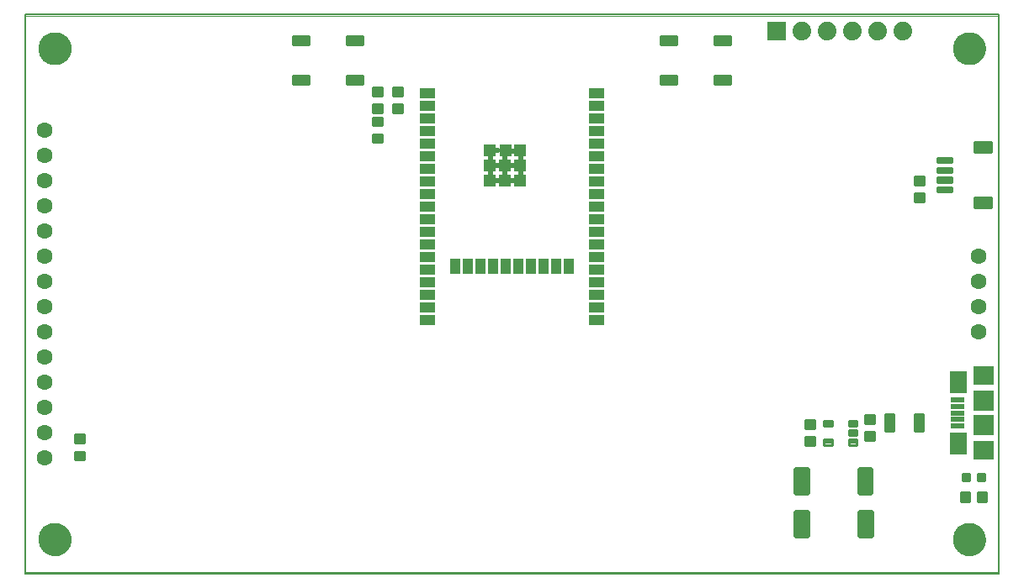
<source format=gts>
G75*
%MOIN*%
%OFA0B0*%
%FSLAX25Y25*%
%IPPOS*%
%LPD*%
%AMOC8*
5,1,8,0,0,1.08239X$1,22.5*
%
%ADD10C,0.00000*%
%ADD11C,0.01943*%
%ADD12C,0.01892*%
%ADD13C,0.01388*%
%ADD14C,0.01171*%
%ADD15C,0.06306*%
%ADD16C,0.00500*%
%ADD17C,0.12998*%
%ADD18R,0.06306X0.03943*%
%ADD19R,0.03943X0.06306*%
%ADD20R,0.04534X0.04534*%
%ADD21C,0.02172*%
%ADD22R,0.04921X0.04921*%
%ADD23R,0.04921X0.04961*%
%ADD24R,0.04961X0.04882*%
%ADD25R,0.04961X0.04961*%
%ADD26R,0.04961X0.04921*%
%ADD27C,0.01105*%
%ADD28R,0.07400X0.07400*%
%ADD29C,0.07400*%
%ADD30R,0.05715X0.01975*%
%ADD31R,0.06699X0.08668*%
%ADD32R,0.07880X0.07487*%
%ADD33R,0.07880X0.07880*%
%ADD34C,0.01589*%
%ADD35C,0.00994*%
D10*
X0003000Y0010697D02*
X0003000Y0231169D01*
X0388827Y0231169D01*
X0388827Y0010697D01*
X0003000Y0010697D01*
X0008512Y0023492D02*
X0008514Y0023650D01*
X0008520Y0023808D01*
X0008530Y0023966D01*
X0008544Y0024124D01*
X0008562Y0024281D01*
X0008583Y0024438D01*
X0008609Y0024594D01*
X0008639Y0024750D01*
X0008672Y0024905D01*
X0008710Y0025058D01*
X0008751Y0025211D01*
X0008796Y0025363D01*
X0008845Y0025514D01*
X0008898Y0025663D01*
X0008954Y0025811D01*
X0009014Y0025957D01*
X0009078Y0026102D01*
X0009146Y0026245D01*
X0009217Y0026387D01*
X0009291Y0026527D01*
X0009369Y0026664D01*
X0009451Y0026800D01*
X0009535Y0026934D01*
X0009624Y0027065D01*
X0009715Y0027194D01*
X0009810Y0027321D01*
X0009907Y0027446D01*
X0010008Y0027568D01*
X0010112Y0027687D01*
X0010219Y0027804D01*
X0010329Y0027918D01*
X0010442Y0028029D01*
X0010557Y0028138D01*
X0010675Y0028243D01*
X0010796Y0028345D01*
X0010919Y0028445D01*
X0011045Y0028541D01*
X0011173Y0028634D01*
X0011303Y0028724D01*
X0011436Y0028810D01*
X0011571Y0028894D01*
X0011707Y0028973D01*
X0011846Y0029050D01*
X0011987Y0029122D01*
X0012129Y0029192D01*
X0012273Y0029257D01*
X0012419Y0029319D01*
X0012566Y0029377D01*
X0012715Y0029432D01*
X0012865Y0029483D01*
X0013016Y0029530D01*
X0013168Y0029573D01*
X0013321Y0029612D01*
X0013476Y0029648D01*
X0013631Y0029679D01*
X0013787Y0029707D01*
X0013943Y0029731D01*
X0014100Y0029751D01*
X0014258Y0029767D01*
X0014415Y0029779D01*
X0014574Y0029787D01*
X0014732Y0029791D01*
X0014890Y0029791D01*
X0015048Y0029787D01*
X0015207Y0029779D01*
X0015364Y0029767D01*
X0015522Y0029751D01*
X0015679Y0029731D01*
X0015835Y0029707D01*
X0015991Y0029679D01*
X0016146Y0029648D01*
X0016301Y0029612D01*
X0016454Y0029573D01*
X0016606Y0029530D01*
X0016757Y0029483D01*
X0016907Y0029432D01*
X0017056Y0029377D01*
X0017203Y0029319D01*
X0017349Y0029257D01*
X0017493Y0029192D01*
X0017635Y0029122D01*
X0017776Y0029050D01*
X0017915Y0028973D01*
X0018051Y0028894D01*
X0018186Y0028810D01*
X0018319Y0028724D01*
X0018449Y0028634D01*
X0018577Y0028541D01*
X0018703Y0028445D01*
X0018826Y0028345D01*
X0018947Y0028243D01*
X0019065Y0028138D01*
X0019180Y0028029D01*
X0019293Y0027918D01*
X0019403Y0027804D01*
X0019510Y0027687D01*
X0019614Y0027568D01*
X0019715Y0027446D01*
X0019812Y0027321D01*
X0019907Y0027194D01*
X0019998Y0027065D01*
X0020087Y0026934D01*
X0020171Y0026800D01*
X0020253Y0026664D01*
X0020331Y0026527D01*
X0020405Y0026387D01*
X0020476Y0026245D01*
X0020544Y0026102D01*
X0020608Y0025957D01*
X0020668Y0025811D01*
X0020724Y0025663D01*
X0020777Y0025514D01*
X0020826Y0025363D01*
X0020871Y0025211D01*
X0020912Y0025058D01*
X0020950Y0024905D01*
X0020983Y0024750D01*
X0021013Y0024594D01*
X0021039Y0024438D01*
X0021060Y0024281D01*
X0021078Y0024124D01*
X0021092Y0023966D01*
X0021102Y0023808D01*
X0021108Y0023650D01*
X0021110Y0023492D01*
X0021108Y0023334D01*
X0021102Y0023176D01*
X0021092Y0023018D01*
X0021078Y0022860D01*
X0021060Y0022703D01*
X0021039Y0022546D01*
X0021013Y0022390D01*
X0020983Y0022234D01*
X0020950Y0022079D01*
X0020912Y0021926D01*
X0020871Y0021773D01*
X0020826Y0021621D01*
X0020777Y0021470D01*
X0020724Y0021321D01*
X0020668Y0021173D01*
X0020608Y0021027D01*
X0020544Y0020882D01*
X0020476Y0020739D01*
X0020405Y0020597D01*
X0020331Y0020457D01*
X0020253Y0020320D01*
X0020171Y0020184D01*
X0020087Y0020050D01*
X0019998Y0019919D01*
X0019907Y0019790D01*
X0019812Y0019663D01*
X0019715Y0019538D01*
X0019614Y0019416D01*
X0019510Y0019297D01*
X0019403Y0019180D01*
X0019293Y0019066D01*
X0019180Y0018955D01*
X0019065Y0018846D01*
X0018947Y0018741D01*
X0018826Y0018639D01*
X0018703Y0018539D01*
X0018577Y0018443D01*
X0018449Y0018350D01*
X0018319Y0018260D01*
X0018186Y0018174D01*
X0018051Y0018090D01*
X0017915Y0018011D01*
X0017776Y0017934D01*
X0017635Y0017862D01*
X0017493Y0017792D01*
X0017349Y0017727D01*
X0017203Y0017665D01*
X0017056Y0017607D01*
X0016907Y0017552D01*
X0016757Y0017501D01*
X0016606Y0017454D01*
X0016454Y0017411D01*
X0016301Y0017372D01*
X0016146Y0017336D01*
X0015991Y0017305D01*
X0015835Y0017277D01*
X0015679Y0017253D01*
X0015522Y0017233D01*
X0015364Y0017217D01*
X0015207Y0017205D01*
X0015048Y0017197D01*
X0014890Y0017193D01*
X0014732Y0017193D01*
X0014574Y0017197D01*
X0014415Y0017205D01*
X0014258Y0017217D01*
X0014100Y0017233D01*
X0013943Y0017253D01*
X0013787Y0017277D01*
X0013631Y0017305D01*
X0013476Y0017336D01*
X0013321Y0017372D01*
X0013168Y0017411D01*
X0013016Y0017454D01*
X0012865Y0017501D01*
X0012715Y0017552D01*
X0012566Y0017607D01*
X0012419Y0017665D01*
X0012273Y0017727D01*
X0012129Y0017792D01*
X0011987Y0017862D01*
X0011846Y0017934D01*
X0011707Y0018011D01*
X0011571Y0018090D01*
X0011436Y0018174D01*
X0011303Y0018260D01*
X0011173Y0018350D01*
X0011045Y0018443D01*
X0010919Y0018539D01*
X0010796Y0018639D01*
X0010675Y0018741D01*
X0010557Y0018846D01*
X0010442Y0018955D01*
X0010329Y0019066D01*
X0010219Y0019180D01*
X0010112Y0019297D01*
X0010008Y0019416D01*
X0009907Y0019538D01*
X0009810Y0019663D01*
X0009715Y0019790D01*
X0009624Y0019919D01*
X0009535Y0020050D01*
X0009451Y0020184D01*
X0009369Y0020320D01*
X0009291Y0020457D01*
X0009217Y0020597D01*
X0009146Y0020739D01*
X0009078Y0020882D01*
X0009014Y0021027D01*
X0008954Y0021173D01*
X0008898Y0021321D01*
X0008845Y0021470D01*
X0008796Y0021621D01*
X0008751Y0021773D01*
X0008710Y0021926D01*
X0008672Y0022079D01*
X0008639Y0022234D01*
X0008609Y0022390D01*
X0008583Y0022546D01*
X0008562Y0022703D01*
X0008544Y0022860D01*
X0008530Y0023018D01*
X0008520Y0023176D01*
X0008514Y0023334D01*
X0008512Y0023492D01*
X0008512Y0218374D02*
X0008514Y0218532D01*
X0008520Y0218690D01*
X0008530Y0218848D01*
X0008544Y0219006D01*
X0008562Y0219163D01*
X0008583Y0219320D01*
X0008609Y0219476D01*
X0008639Y0219632D01*
X0008672Y0219787D01*
X0008710Y0219940D01*
X0008751Y0220093D01*
X0008796Y0220245D01*
X0008845Y0220396D01*
X0008898Y0220545D01*
X0008954Y0220693D01*
X0009014Y0220839D01*
X0009078Y0220984D01*
X0009146Y0221127D01*
X0009217Y0221269D01*
X0009291Y0221409D01*
X0009369Y0221546D01*
X0009451Y0221682D01*
X0009535Y0221816D01*
X0009624Y0221947D01*
X0009715Y0222076D01*
X0009810Y0222203D01*
X0009907Y0222328D01*
X0010008Y0222450D01*
X0010112Y0222569D01*
X0010219Y0222686D01*
X0010329Y0222800D01*
X0010442Y0222911D01*
X0010557Y0223020D01*
X0010675Y0223125D01*
X0010796Y0223227D01*
X0010919Y0223327D01*
X0011045Y0223423D01*
X0011173Y0223516D01*
X0011303Y0223606D01*
X0011436Y0223692D01*
X0011571Y0223776D01*
X0011707Y0223855D01*
X0011846Y0223932D01*
X0011987Y0224004D01*
X0012129Y0224074D01*
X0012273Y0224139D01*
X0012419Y0224201D01*
X0012566Y0224259D01*
X0012715Y0224314D01*
X0012865Y0224365D01*
X0013016Y0224412D01*
X0013168Y0224455D01*
X0013321Y0224494D01*
X0013476Y0224530D01*
X0013631Y0224561D01*
X0013787Y0224589D01*
X0013943Y0224613D01*
X0014100Y0224633D01*
X0014258Y0224649D01*
X0014415Y0224661D01*
X0014574Y0224669D01*
X0014732Y0224673D01*
X0014890Y0224673D01*
X0015048Y0224669D01*
X0015207Y0224661D01*
X0015364Y0224649D01*
X0015522Y0224633D01*
X0015679Y0224613D01*
X0015835Y0224589D01*
X0015991Y0224561D01*
X0016146Y0224530D01*
X0016301Y0224494D01*
X0016454Y0224455D01*
X0016606Y0224412D01*
X0016757Y0224365D01*
X0016907Y0224314D01*
X0017056Y0224259D01*
X0017203Y0224201D01*
X0017349Y0224139D01*
X0017493Y0224074D01*
X0017635Y0224004D01*
X0017776Y0223932D01*
X0017915Y0223855D01*
X0018051Y0223776D01*
X0018186Y0223692D01*
X0018319Y0223606D01*
X0018449Y0223516D01*
X0018577Y0223423D01*
X0018703Y0223327D01*
X0018826Y0223227D01*
X0018947Y0223125D01*
X0019065Y0223020D01*
X0019180Y0222911D01*
X0019293Y0222800D01*
X0019403Y0222686D01*
X0019510Y0222569D01*
X0019614Y0222450D01*
X0019715Y0222328D01*
X0019812Y0222203D01*
X0019907Y0222076D01*
X0019998Y0221947D01*
X0020087Y0221816D01*
X0020171Y0221682D01*
X0020253Y0221546D01*
X0020331Y0221409D01*
X0020405Y0221269D01*
X0020476Y0221127D01*
X0020544Y0220984D01*
X0020608Y0220839D01*
X0020668Y0220693D01*
X0020724Y0220545D01*
X0020777Y0220396D01*
X0020826Y0220245D01*
X0020871Y0220093D01*
X0020912Y0219940D01*
X0020950Y0219787D01*
X0020983Y0219632D01*
X0021013Y0219476D01*
X0021039Y0219320D01*
X0021060Y0219163D01*
X0021078Y0219006D01*
X0021092Y0218848D01*
X0021102Y0218690D01*
X0021108Y0218532D01*
X0021110Y0218374D01*
X0021108Y0218216D01*
X0021102Y0218058D01*
X0021092Y0217900D01*
X0021078Y0217742D01*
X0021060Y0217585D01*
X0021039Y0217428D01*
X0021013Y0217272D01*
X0020983Y0217116D01*
X0020950Y0216961D01*
X0020912Y0216808D01*
X0020871Y0216655D01*
X0020826Y0216503D01*
X0020777Y0216352D01*
X0020724Y0216203D01*
X0020668Y0216055D01*
X0020608Y0215909D01*
X0020544Y0215764D01*
X0020476Y0215621D01*
X0020405Y0215479D01*
X0020331Y0215339D01*
X0020253Y0215202D01*
X0020171Y0215066D01*
X0020087Y0214932D01*
X0019998Y0214801D01*
X0019907Y0214672D01*
X0019812Y0214545D01*
X0019715Y0214420D01*
X0019614Y0214298D01*
X0019510Y0214179D01*
X0019403Y0214062D01*
X0019293Y0213948D01*
X0019180Y0213837D01*
X0019065Y0213728D01*
X0018947Y0213623D01*
X0018826Y0213521D01*
X0018703Y0213421D01*
X0018577Y0213325D01*
X0018449Y0213232D01*
X0018319Y0213142D01*
X0018186Y0213056D01*
X0018051Y0212972D01*
X0017915Y0212893D01*
X0017776Y0212816D01*
X0017635Y0212744D01*
X0017493Y0212674D01*
X0017349Y0212609D01*
X0017203Y0212547D01*
X0017056Y0212489D01*
X0016907Y0212434D01*
X0016757Y0212383D01*
X0016606Y0212336D01*
X0016454Y0212293D01*
X0016301Y0212254D01*
X0016146Y0212218D01*
X0015991Y0212187D01*
X0015835Y0212159D01*
X0015679Y0212135D01*
X0015522Y0212115D01*
X0015364Y0212099D01*
X0015207Y0212087D01*
X0015048Y0212079D01*
X0014890Y0212075D01*
X0014732Y0212075D01*
X0014574Y0212079D01*
X0014415Y0212087D01*
X0014258Y0212099D01*
X0014100Y0212115D01*
X0013943Y0212135D01*
X0013787Y0212159D01*
X0013631Y0212187D01*
X0013476Y0212218D01*
X0013321Y0212254D01*
X0013168Y0212293D01*
X0013016Y0212336D01*
X0012865Y0212383D01*
X0012715Y0212434D01*
X0012566Y0212489D01*
X0012419Y0212547D01*
X0012273Y0212609D01*
X0012129Y0212674D01*
X0011987Y0212744D01*
X0011846Y0212816D01*
X0011707Y0212893D01*
X0011571Y0212972D01*
X0011436Y0213056D01*
X0011303Y0213142D01*
X0011173Y0213232D01*
X0011045Y0213325D01*
X0010919Y0213421D01*
X0010796Y0213521D01*
X0010675Y0213623D01*
X0010557Y0213728D01*
X0010442Y0213837D01*
X0010329Y0213948D01*
X0010219Y0214062D01*
X0010112Y0214179D01*
X0010008Y0214298D01*
X0009907Y0214420D01*
X0009810Y0214545D01*
X0009715Y0214672D01*
X0009624Y0214801D01*
X0009535Y0214932D01*
X0009451Y0215066D01*
X0009369Y0215202D01*
X0009291Y0215339D01*
X0009217Y0215479D01*
X0009146Y0215621D01*
X0009078Y0215764D01*
X0009014Y0215909D01*
X0008954Y0216055D01*
X0008898Y0216203D01*
X0008845Y0216352D01*
X0008796Y0216503D01*
X0008751Y0216655D01*
X0008710Y0216808D01*
X0008672Y0216961D01*
X0008639Y0217116D01*
X0008609Y0217272D01*
X0008583Y0217428D01*
X0008562Y0217585D01*
X0008544Y0217742D01*
X0008530Y0217900D01*
X0008520Y0218058D01*
X0008514Y0218216D01*
X0008512Y0218374D01*
X0370717Y0218374D02*
X0370719Y0218532D01*
X0370725Y0218690D01*
X0370735Y0218848D01*
X0370749Y0219006D01*
X0370767Y0219163D01*
X0370788Y0219320D01*
X0370814Y0219476D01*
X0370844Y0219632D01*
X0370877Y0219787D01*
X0370915Y0219940D01*
X0370956Y0220093D01*
X0371001Y0220245D01*
X0371050Y0220396D01*
X0371103Y0220545D01*
X0371159Y0220693D01*
X0371219Y0220839D01*
X0371283Y0220984D01*
X0371351Y0221127D01*
X0371422Y0221269D01*
X0371496Y0221409D01*
X0371574Y0221546D01*
X0371656Y0221682D01*
X0371740Y0221816D01*
X0371829Y0221947D01*
X0371920Y0222076D01*
X0372015Y0222203D01*
X0372112Y0222328D01*
X0372213Y0222450D01*
X0372317Y0222569D01*
X0372424Y0222686D01*
X0372534Y0222800D01*
X0372647Y0222911D01*
X0372762Y0223020D01*
X0372880Y0223125D01*
X0373001Y0223227D01*
X0373124Y0223327D01*
X0373250Y0223423D01*
X0373378Y0223516D01*
X0373508Y0223606D01*
X0373641Y0223692D01*
X0373776Y0223776D01*
X0373912Y0223855D01*
X0374051Y0223932D01*
X0374192Y0224004D01*
X0374334Y0224074D01*
X0374478Y0224139D01*
X0374624Y0224201D01*
X0374771Y0224259D01*
X0374920Y0224314D01*
X0375070Y0224365D01*
X0375221Y0224412D01*
X0375373Y0224455D01*
X0375526Y0224494D01*
X0375681Y0224530D01*
X0375836Y0224561D01*
X0375992Y0224589D01*
X0376148Y0224613D01*
X0376305Y0224633D01*
X0376463Y0224649D01*
X0376620Y0224661D01*
X0376779Y0224669D01*
X0376937Y0224673D01*
X0377095Y0224673D01*
X0377253Y0224669D01*
X0377412Y0224661D01*
X0377569Y0224649D01*
X0377727Y0224633D01*
X0377884Y0224613D01*
X0378040Y0224589D01*
X0378196Y0224561D01*
X0378351Y0224530D01*
X0378506Y0224494D01*
X0378659Y0224455D01*
X0378811Y0224412D01*
X0378962Y0224365D01*
X0379112Y0224314D01*
X0379261Y0224259D01*
X0379408Y0224201D01*
X0379554Y0224139D01*
X0379698Y0224074D01*
X0379840Y0224004D01*
X0379981Y0223932D01*
X0380120Y0223855D01*
X0380256Y0223776D01*
X0380391Y0223692D01*
X0380524Y0223606D01*
X0380654Y0223516D01*
X0380782Y0223423D01*
X0380908Y0223327D01*
X0381031Y0223227D01*
X0381152Y0223125D01*
X0381270Y0223020D01*
X0381385Y0222911D01*
X0381498Y0222800D01*
X0381608Y0222686D01*
X0381715Y0222569D01*
X0381819Y0222450D01*
X0381920Y0222328D01*
X0382017Y0222203D01*
X0382112Y0222076D01*
X0382203Y0221947D01*
X0382292Y0221816D01*
X0382376Y0221682D01*
X0382458Y0221546D01*
X0382536Y0221409D01*
X0382610Y0221269D01*
X0382681Y0221127D01*
X0382749Y0220984D01*
X0382813Y0220839D01*
X0382873Y0220693D01*
X0382929Y0220545D01*
X0382982Y0220396D01*
X0383031Y0220245D01*
X0383076Y0220093D01*
X0383117Y0219940D01*
X0383155Y0219787D01*
X0383188Y0219632D01*
X0383218Y0219476D01*
X0383244Y0219320D01*
X0383265Y0219163D01*
X0383283Y0219006D01*
X0383297Y0218848D01*
X0383307Y0218690D01*
X0383313Y0218532D01*
X0383315Y0218374D01*
X0383313Y0218216D01*
X0383307Y0218058D01*
X0383297Y0217900D01*
X0383283Y0217742D01*
X0383265Y0217585D01*
X0383244Y0217428D01*
X0383218Y0217272D01*
X0383188Y0217116D01*
X0383155Y0216961D01*
X0383117Y0216808D01*
X0383076Y0216655D01*
X0383031Y0216503D01*
X0382982Y0216352D01*
X0382929Y0216203D01*
X0382873Y0216055D01*
X0382813Y0215909D01*
X0382749Y0215764D01*
X0382681Y0215621D01*
X0382610Y0215479D01*
X0382536Y0215339D01*
X0382458Y0215202D01*
X0382376Y0215066D01*
X0382292Y0214932D01*
X0382203Y0214801D01*
X0382112Y0214672D01*
X0382017Y0214545D01*
X0381920Y0214420D01*
X0381819Y0214298D01*
X0381715Y0214179D01*
X0381608Y0214062D01*
X0381498Y0213948D01*
X0381385Y0213837D01*
X0381270Y0213728D01*
X0381152Y0213623D01*
X0381031Y0213521D01*
X0380908Y0213421D01*
X0380782Y0213325D01*
X0380654Y0213232D01*
X0380524Y0213142D01*
X0380391Y0213056D01*
X0380256Y0212972D01*
X0380120Y0212893D01*
X0379981Y0212816D01*
X0379840Y0212744D01*
X0379698Y0212674D01*
X0379554Y0212609D01*
X0379408Y0212547D01*
X0379261Y0212489D01*
X0379112Y0212434D01*
X0378962Y0212383D01*
X0378811Y0212336D01*
X0378659Y0212293D01*
X0378506Y0212254D01*
X0378351Y0212218D01*
X0378196Y0212187D01*
X0378040Y0212159D01*
X0377884Y0212135D01*
X0377727Y0212115D01*
X0377569Y0212099D01*
X0377412Y0212087D01*
X0377253Y0212079D01*
X0377095Y0212075D01*
X0376937Y0212075D01*
X0376779Y0212079D01*
X0376620Y0212087D01*
X0376463Y0212099D01*
X0376305Y0212115D01*
X0376148Y0212135D01*
X0375992Y0212159D01*
X0375836Y0212187D01*
X0375681Y0212218D01*
X0375526Y0212254D01*
X0375373Y0212293D01*
X0375221Y0212336D01*
X0375070Y0212383D01*
X0374920Y0212434D01*
X0374771Y0212489D01*
X0374624Y0212547D01*
X0374478Y0212609D01*
X0374334Y0212674D01*
X0374192Y0212744D01*
X0374051Y0212816D01*
X0373912Y0212893D01*
X0373776Y0212972D01*
X0373641Y0213056D01*
X0373508Y0213142D01*
X0373378Y0213232D01*
X0373250Y0213325D01*
X0373124Y0213421D01*
X0373001Y0213521D01*
X0372880Y0213623D01*
X0372762Y0213728D01*
X0372647Y0213837D01*
X0372534Y0213948D01*
X0372424Y0214062D01*
X0372317Y0214179D01*
X0372213Y0214298D01*
X0372112Y0214420D01*
X0372015Y0214545D01*
X0371920Y0214672D01*
X0371829Y0214801D01*
X0371740Y0214932D01*
X0371656Y0215066D01*
X0371574Y0215202D01*
X0371496Y0215339D01*
X0371422Y0215479D01*
X0371351Y0215621D01*
X0371283Y0215764D01*
X0371219Y0215909D01*
X0371159Y0216055D01*
X0371103Y0216203D01*
X0371050Y0216352D01*
X0371001Y0216503D01*
X0370956Y0216655D01*
X0370915Y0216808D01*
X0370877Y0216961D01*
X0370844Y0217116D01*
X0370814Y0217272D01*
X0370788Y0217428D01*
X0370767Y0217585D01*
X0370749Y0217742D01*
X0370735Y0217900D01*
X0370725Y0218058D01*
X0370719Y0218216D01*
X0370717Y0218374D01*
X0370717Y0023492D02*
X0370719Y0023650D01*
X0370725Y0023808D01*
X0370735Y0023966D01*
X0370749Y0024124D01*
X0370767Y0024281D01*
X0370788Y0024438D01*
X0370814Y0024594D01*
X0370844Y0024750D01*
X0370877Y0024905D01*
X0370915Y0025058D01*
X0370956Y0025211D01*
X0371001Y0025363D01*
X0371050Y0025514D01*
X0371103Y0025663D01*
X0371159Y0025811D01*
X0371219Y0025957D01*
X0371283Y0026102D01*
X0371351Y0026245D01*
X0371422Y0026387D01*
X0371496Y0026527D01*
X0371574Y0026664D01*
X0371656Y0026800D01*
X0371740Y0026934D01*
X0371829Y0027065D01*
X0371920Y0027194D01*
X0372015Y0027321D01*
X0372112Y0027446D01*
X0372213Y0027568D01*
X0372317Y0027687D01*
X0372424Y0027804D01*
X0372534Y0027918D01*
X0372647Y0028029D01*
X0372762Y0028138D01*
X0372880Y0028243D01*
X0373001Y0028345D01*
X0373124Y0028445D01*
X0373250Y0028541D01*
X0373378Y0028634D01*
X0373508Y0028724D01*
X0373641Y0028810D01*
X0373776Y0028894D01*
X0373912Y0028973D01*
X0374051Y0029050D01*
X0374192Y0029122D01*
X0374334Y0029192D01*
X0374478Y0029257D01*
X0374624Y0029319D01*
X0374771Y0029377D01*
X0374920Y0029432D01*
X0375070Y0029483D01*
X0375221Y0029530D01*
X0375373Y0029573D01*
X0375526Y0029612D01*
X0375681Y0029648D01*
X0375836Y0029679D01*
X0375992Y0029707D01*
X0376148Y0029731D01*
X0376305Y0029751D01*
X0376463Y0029767D01*
X0376620Y0029779D01*
X0376779Y0029787D01*
X0376937Y0029791D01*
X0377095Y0029791D01*
X0377253Y0029787D01*
X0377412Y0029779D01*
X0377569Y0029767D01*
X0377727Y0029751D01*
X0377884Y0029731D01*
X0378040Y0029707D01*
X0378196Y0029679D01*
X0378351Y0029648D01*
X0378506Y0029612D01*
X0378659Y0029573D01*
X0378811Y0029530D01*
X0378962Y0029483D01*
X0379112Y0029432D01*
X0379261Y0029377D01*
X0379408Y0029319D01*
X0379554Y0029257D01*
X0379698Y0029192D01*
X0379840Y0029122D01*
X0379981Y0029050D01*
X0380120Y0028973D01*
X0380256Y0028894D01*
X0380391Y0028810D01*
X0380524Y0028724D01*
X0380654Y0028634D01*
X0380782Y0028541D01*
X0380908Y0028445D01*
X0381031Y0028345D01*
X0381152Y0028243D01*
X0381270Y0028138D01*
X0381385Y0028029D01*
X0381498Y0027918D01*
X0381608Y0027804D01*
X0381715Y0027687D01*
X0381819Y0027568D01*
X0381920Y0027446D01*
X0382017Y0027321D01*
X0382112Y0027194D01*
X0382203Y0027065D01*
X0382292Y0026934D01*
X0382376Y0026800D01*
X0382458Y0026664D01*
X0382536Y0026527D01*
X0382610Y0026387D01*
X0382681Y0026245D01*
X0382749Y0026102D01*
X0382813Y0025957D01*
X0382873Y0025811D01*
X0382929Y0025663D01*
X0382982Y0025514D01*
X0383031Y0025363D01*
X0383076Y0025211D01*
X0383117Y0025058D01*
X0383155Y0024905D01*
X0383188Y0024750D01*
X0383218Y0024594D01*
X0383244Y0024438D01*
X0383265Y0024281D01*
X0383283Y0024124D01*
X0383297Y0023966D01*
X0383307Y0023808D01*
X0383313Y0023650D01*
X0383315Y0023492D01*
X0383313Y0023334D01*
X0383307Y0023176D01*
X0383297Y0023018D01*
X0383283Y0022860D01*
X0383265Y0022703D01*
X0383244Y0022546D01*
X0383218Y0022390D01*
X0383188Y0022234D01*
X0383155Y0022079D01*
X0383117Y0021926D01*
X0383076Y0021773D01*
X0383031Y0021621D01*
X0382982Y0021470D01*
X0382929Y0021321D01*
X0382873Y0021173D01*
X0382813Y0021027D01*
X0382749Y0020882D01*
X0382681Y0020739D01*
X0382610Y0020597D01*
X0382536Y0020457D01*
X0382458Y0020320D01*
X0382376Y0020184D01*
X0382292Y0020050D01*
X0382203Y0019919D01*
X0382112Y0019790D01*
X0382017Y0019663D01*
X0381920Y0019538D01*
X0381819Y0019416D01*
X0381715Y0019297D01*
X0381608Y0019180D01*
X0381498Y0019066D01*
X0381385Y0018955D01*
X0381270Y0018846D01*
X0381152Y0018741D01*
X0381031Y0018639D01*
X0380908Y0018539D01*
X0380782Y0018443D01*
X0380654Y0018350D01*
X0380524Y0018260D01*
X0380391Y0018174D01*
X0380256Y0018090D01*
X0380120Y0018011D01*
X0379981Y0017934D01*
X0379840Y0017862D01*
X0379698Y0017792D01*
X0379554Y0017727D01*
X0379408Y0017665D01*
X0379261Y0017607D01*
X0379112Y0017552D01*
X0378962Y0017501D01*
X0378811Y0017454D01*
X0378659Y0017411D01*
X0378506Y0017372D01*
X0378351Y0017336D01*
X0378196Y0017305D01*
X0378040Y0017277D01*
X0377884Y0017253D01*
X0377727Y0017233D01*
X0377569Y0017217D01*
X0377412Y0017205D01*
X0377253Y0017197D01*
X0377095Y0017193D01*
X0376937Y0017193D01*
X0376779Y0017197D01*
X0376620Y0017205D01*
X0376463Y0017217D01*
X0376305Y0017233D01*
X0376148Y0017253D01*
X0375992Y0017277D01*
X0375836Y0017305D01*
X0375681Y0017336D01*
X0375526Y0017372D01*
X0375373Y0017411D01*
X0375221Y0017454D01*
X0375070Y0017501D01*
X0374920Y0017552D01*
X0374771Y0017607D01*
X0374624Y0017665D01*
X0374478Y0017727D01*
X0374334Y0017792D01*
X0374192Y0017862D01*
X0374051Y0017934D01*
X0373912Y0018011D01*
X0373776Y0018090D01*
X0373641Y0018174D01*
X0373508Y0018260D01*
X0373378Y0018350D01*
X0373250Y0018443D01*
X0373124Y0018539D01*
X0373001Y0018639D01*
X0372880Y0018741D01*
X0372762Y0018846D01*
X0372647Y0018955D01*
X0372534Y0019066D01*
X0372424Y0019180D01*
X0372317Y0019297D01*
X0372213Y0019416D01*
X0372112Y0019538D01*
X0372015Y0019663D01*
X0371920Y0019790D01*
X0371829Y0019919D01*
X0371740Y0020050D01*
X0371656Y0020184D01*
X0371574Y0020320D01*
X0371496Y0020457D01*
X0371422Y0020597D01*
X0371351Y0020739D01*
X0371283Y0020882D01*
X0371219Y0021027D01*
X0371159Y0021173D01*
X0371103Y0021321D01*
X0371050Y0021470D01*
X0371001Y0021621D01*
X0370956Y0021773D01*
X0370915Y0021926D01*
X0370877Y0022079D01*
X0370844Y0022234D01*
X0370814Y0022390D01*
X0370788Y0022546D01*
X0370767Y0022703D01*
X0370749Y0022860D01*
X0370735Y0023018D01*
X0370725Y0023176D01*
X0370719Y0023334D01*
X0370717Y0023492D01*
D11*
X0338409Y0024814D02*
X0333653Y0024814D01*
X0333653Y0034296D01*
X0338409Y0034296D01*
X0338409Y0024814D01*
X0338409Y0026660D02*
X0333653Y0026660D01*
X0333653Y0028506D02*
X0338409Y0028506D01*
X0338409Y0030352D02*
X0333653Y0030352D01*
X0333653Y0032198D02*
X0338409Y0032198D01*
X0338409Y0034044D02*
X0333653Y0034044D01*
X0313095Y0024814D02*
X0308339Y0024814D01*
X0308339Y0034296D01*
X0313095Y0034296D01*
X0313095Y0024814D01*
X0313095Y0026660D02*
X0308339Y0026660D01*
X0308339Y0028506D02*
X0313095Y0028506D01*
X0313095Y0030352D02*
X0308339Y0030352D01*
X0308339Y0032198D02*
X0313095Y0032198D01*
X0313095Y0034044D02*
X0308339Y0034044D01*
D12*
X0308510Y0041718D02*
X0312924Y0041718D01*
X0308510Y0041718D02*
X0308510Y0051250D01*
X0312924Y0051250D01*
X0312924Y0041718D01*
X0312924Y0043515D02*
X0308510Y0043515D01*
X0308510Y0045312D02*
X0312924Y0045312D01*
X0312924Y0047109D02*
X0308510Y0047109D01*
X0308510Y0048906D02*
X0312924Y0048906D01*
X0312924Y0050703D02*
X0308510Y0050703D01*
X0333824Y0041718D02*
X0338238Y0041718D01*
X0333824Y0041718D02*
X0333824Y0051250D01*
X0338238Y0051250D01*
X0338238Y0041718D01*
X0338238Y0043515D02*
X0333824Y0043515D01*
X0333824Y0045312D02*
X0338238Y0045312D01*
X0338238Y0047109D02*
X0333824Y0047109D01*
X0333824Y0048906D02*
X0338238Y0048906D01*
X0338238Y0050703D02*
X0333824Y0050703D01*
D13*
X0335975Y0062963D02*
X0335975Y0065911D01*
X0339317Y0065911D01*
X0339317Y0062963D01*
X0335975Y0062963D01*
X0335975Y0064282D02*
X0339317Y0064282D01*
X0339317Y0065601D02*
X0335975Y0065601D01*
X0335975Y0069656D02*
X0335975Y0072604D01*
X0339317Y0072604D01*
X0339317Y0069656D01*
X0335975Y0069656D01*
X0335975Y0070975D02*
X0339317Y0070975D01*
X0339317Y0072294D02*
X0335975Y0072294D01*
X0344046Y0066703D02*
X0346994Y0066703D01*
X0344046Y0066703D02*
X0344046Y0072801D01*
X0346994Y0072801D01*
X0346994Y0066703D01*
X0346994Y0068022D02*
X0344046Y0068022D01*
X0344046Y0069341D02*
X0346994Y0069341D01*
X0346994Y0070660D02*
X0344046Y0070660D01*
X0344046Y0071979D02*
X0346994Y0071979D01*
X0355857Y0066703D02*
X0358805Y0066703D01*
X0355857Y0066703D02*
X0355857Y0072801D01*
X0358805Y0072801D01*
X0358805Y0066703D01*
X0358805Y0068022D02*
X0355857Y0068022D01*
X0355857Y0069341D02*
X0358805Y0069341D01*
X0358805Y0070660D02*
X0355857Y0070660D01*
X0355857Y0071979D02*
X0358805Y0071979D01*
X0315695Y0070636D02*
X0315695Y0067688D01*
X0312353Y0067688D01*
X0312353Y0070636D01*
X0315695Y0070636D01*
X0315695Y0069007D02*
X0312353Y0069007D01*
X0312353Y0070326D02*
X0315695Y0070326D01*
X0315695Y0063943D02*
X0315695Y0060995D01*
X0312353Y0060995D01*
X0312353Y0063943D01*
X0315695Y0063943D01*
X0315695Y0062314D02*
X0312353Y0062314D01*
X0312353Y0063633D02*
X0315695Y0063633D01*
X0374164Y0038554D02*
X0377112Y0038554D01*
X0374164Y0038554D02*
X0374164Y0041896D01*
X0377112Y0041896D01*
X0377112Y0038554D01*
X0377112Y0039873D02*
X0374164Y0039873D01*
X0374164Y0041192D02*
X0377112Y0041192D01*
X0380857Y0038554D02*
X0383805Y0038554D01*
X0380857Y0038554D02*
X0380857Y0041896D01*
X0383805Y0041896D01*
X0383805Y0038554D01*
X0383805Y0039873D02*
X0380857Y0039873D01*
X0380857Y0041192D02*
X0383805Y0041192D01*
X0355660Y0157451D02*
X0355660Y0160399D01*
X0359002Y0160399D01*
X0359002Y0157451D01*
X0355660Y0157451D01*
X0355660Y0158770D02*
X0359002Y0158770D01*
X0359002Y0160089D02*
X0355660Y0160089D01*
X0355660Y0164144D02*
X0355660Y0167092D01*
X0359002Y0167092D01*
X0359002Y0164144D01*
X0355660Y0164144D01*
X0355660Y0165463D02*
X0359002Y0165463D01*
X0359002Y0166782D02*
X0355660Y0166782D01*
X0282427Y0207053D02*
X0276329Y0207053D01*
X0282427Y0207053D02*
X0282427Y0204105D01*
X0276329Y0204105D01*
X0276329Y0207053D01*
X0276329Y0205424D02*
X0282427Y0205424D01*
X0282427Y0206743D02*
X0276329Y0206743D01*
X0276329Y0222801D02*
X0282427Y0222801D01*
X0282427Y0219853D01*
X0276329Y0219853D01*
X0276329Y0222801D01*
X0276329Y0221172D02*
X0282427Y0221172D01*
X0282427Y0222491D02*
X0276329Y0222491D01*
X0261167Y0222801D02*
X0255069Y0222801D01*
X0261167Y0222801D02*
X0261167Y0219853D01*
X0255069Y0219853D01*
X0255069Y0222801D01*
X0255069Y0221172D02*
X0261167Y0221172D01*
X0261167Y0222491D02*
X0255069Y0222491D01*
X0255069Y0207053D02*
X0261167Y0207053D01*
X0261167Y0204105D01*
X0255069Y0204105D01*
X0255069Y0207053D01*
X0255069Y0205424D02*
X0261167Y0205424D01*
X0261167Y0206743D02*
X0255069Y0206743D01*
X0152309Y0202525D02*
X0152309Y0199577D01*
X0148967Y0199577D01*
X0148967Y0202525D01*
X0152309Y0202525D01*
X0152309Y0200896D02*
X0148967Y0200896D01*
X0148967Y0202215D02*
X0152309Y0202215D01*
X0152309Y0195832D02*
X0152309Y0192884D01*
X0148967Y0192884D01*
X0148967Y0195832D01*
X0152309Y0195832D01*
X0152309Y0194203D02*
X0148967Y0194203D01*
X0148967Y0195522D02*
X0152309Y0195522D01*
X0144435Y0195832D02*
X0144435Y0192884D01*
X0141093Y0192884D01*
X0141093Y0195832D01*
X0144435Y0195832D01*
X0144435Y0194203D02*
X0141093Y0194203D01*
X0141093Y0195522D02*
X0144435Y0195522D01*
X0144435Y0199577D02*
X0144435Y0202525D01*
X0144435Y0199577D02*
X0141093Y0199577D01*
X0141093Y0202525D01*
X0144435Y0202525D01*
X0144435Y0200896D02*
X0141093Y0200896D01*
X0141093Y0202215D02*
X0144435Y0202215D01*
X0136758Y0204105D02*
X0130660Y0204105D01*
X0130660Y0207053D01*
X0136758Y0207053D01*
X0136758Y0204105D01*
X0136758Y0205424D02*
X0130660Y0205424D01*
X0130660Y0206743D02*
X0136758Y0206743D01*
X0136758Y0219853D02*
X0130660Y0219853D01*
X0130660Y0222801D01*
X0136758Y0222801D01*
X0136758Y0219853D01*
X0136758Y0221172D02*
X0130660Y0221172D01*
X0130660Y0222491D02*
X0136758Y0222491D01*
X0115498Y0219853D02*
X0109400Y0219853D01*
X0109400Y0222801D01*
X0115498Y0222801D01*
X0115498Y0219853D01*
X0115498Y0221172D02*
X0109400Y0221172D01*
X0109400Y0222491D02*
X0115498Y0222491D01*
X0115498Y0204105D02*
X0109400Y0204105D01*
X0109400Y0207053D01*
X0115498Y0207053D01*
X0115498Y0204105D01*
X0115498Y0205424D02*
X0109400Y0205424D01*
X0109400Y0206743D02*
X0115498Y0206743D01*
X0141093Y0190714D02*
X0141093Y0187766D01*
X0141093Y0190714D02*
X0144435Y0190714D01*
X0144435Y0187766D01*
X0141093Y0187766D01*
X0141093Y0189085D02*
X0144435Y0189085D01*
X0144435Y0190404D02*
X0141093Y0190404D01*
X0141093Y0184021D02*
X0141093Y0181073D01*
X0141093Y0184021D02*
X0144435Y0184021D01*
X0144435Y0181073D01*
X0141093Y0181073D01*
X0141093Y0182392D02*
X0144435Y0182392D01*
X0144435Y0183711D02*
X0141093Y0183711D01*
X0026325Y0064730D02*
X0026325Y0061782D01*
X0022983Y0061782D01*
X0022983Y0064730D01*
X0026325Y0064730D01*
X0026325Y0063101D02*
X0022983Y0063101D01*
X0022983Y0064420D02*
X0026325Y0064420D01*
X0026325Y0058037D02*
X0026325Y0055089D01*
X0022983Y0055089D01*
X0022983Y0058037D01*
X0026325Y0058037D01*
X0026325Y0056408D02*
X0022983Y0056408D01*
X0022983Y0057727D02*
X0026325Y0057727D01*
D14*
X0374841Y0046909D02*
X0377221Y0046909D01*
X0374841Y0046909D02*
X0374841Y0049289D01*
X0377221Y0049289D01*
X0377221Y0046909D01*
X0377221Y0048021D02*
X0374841Y0048021D01*
X0374841Y0049133D02*
X0377221Y0049133D01*
X0380747Y0046909D02*
X0383127Y0046909D01*
X0380747Y0046909D02*
X0380747Y0049289D01*
X0383127Y0049289D01*
X0383127Y0046909D01*
X0383127Y0048021D02*
X0380747Y0048021D01*
X0380747Y0049133D02*
X0383127Y0049133D01*
D15*
X0380913Y0105933D03*
X0380913Y0115933D03*
X0380913Y0125933D03*
X0380913Y0135933D03*
X0010913Y0135933D03*
X0010913Y0145933D03*
X0010913Y0155933D03*
X0010913Y0165933D03*
X0010913Y0175933D03*
X0010913Y0185933D03*
X0010913Y0125933D03*
X0010913Y0115933D03*
X0010913Y0105933D03*
X0010913Y0095933D03*
X0010913Y0085933D03*
X0010913Y0075933D03*
X0010913Y0065933D03*
X0010913Y0055933D03*
D16*
X0003000Y0010028D02*
X0003000Y0231839D01*
X0388827Y0231839D01*
X0388827Y0010028D01*
X0003000Y0010028D01*
D17*
X0014811Y0023492D03*
X0014811Y0218374D03*
X0377016Y0218374D03*
X0377016Y0023492D03*
D18*
X0229378Y0110697D03*
X0229378Y0115697D03*
X0229378Y0120697D03*
X0229378Y0125697D03*
X0229378Y0130697D03*
X0229378Y0135697D03*
X0229378Y0140697D03*
X0229378Y0145697D03*
X0229378Y0150697D03*
X0229378Y0155697D03*
X0229378Y0160697D03*
X0229378Y0165697D03*
X0229378Y0170697D03*
X0229378Y0175697D03*
X0229378Y0180697D03*
X0229378Y0185697D03*
X0229378Y0190697D03*
X0229378Y0195697D03*
X0229378Y0200697D03*
X0162449Y0200697D03*
X0162449Y0195697D03*
X0162449Y0190697D03*
X0162449Y0185697D03*
X0162449Y0180697D03*
X0162449Y0175697D03*
X0162449Y0170697D03*
X0162449Y0165697D03*
X0162449Y0160697D03*
X0162449Y0155697D03*
X0162449Y0150697D03*
X0162449Y0145697D03*
X0162449Y0140697D03*
X0162449Y0135697D03*
X0162449Y0130697D03*
X0162449Y0125697D03*
X0162449Y0120697D03*
X0162449Y0115697D03*
X0162449Y0110697D03*
D19*
X0173413Y0131760D03*
X0178413Y0131760D03*
X0183413Y0131760D03*
X0188413Y0131760D03*
X0193413Y0131760D03*
X0198413Y0131760D03*
X0203413Y0131760D03*
X0208413Y0131760D03*
X0213413Y0131760D03*
X0218413Y0131760D03*
D20*
X0199240Y0165795D03*
D21*
X0199299Y0168768D03*
X0196248Y0165815D03*
X0193197Y0168768D03*
X0190244Y0165815D03*
X0187291Y0168768D03*
X0190244Y0171819D03*
X0187291Y0174772D03*
X0190244Y0177823D03*
X0193197Y0174772D03*
X0196248Y0177626D03*
X0199299Y0174772D03*
X0196248Y0171819D03*
D22*
X0199240Y0177803D03*
X0187232Y0177803D03*
X0187232Y0165795D03*
D23*
X0199240Y0171799D03*
X0193256Y0177823D03*
D24*
X0187252Y0171799D03*
D25*
X0193236Y0171799D03*
D26*
X0193236Y0165795D03*
D27*
X0322726Y0070581D02*
X0322726Y0068529D01*
X0319494Y0068529D01*
X0319494Y0070581D01*
X0322726Y0070581D01*
X0322726Y0069579D02*
X0319494Y0069579D01*
X0322726Y0063101D02*
X0322726Y0061049D01*
X0319494Y0061049D01*
X0319494Y0063101D01*
X0322726Y0063101D01*
X0322726Y0062099D02*
X0319494Y0062099D01*
X0332569Y0063101D02*
X0332569Y0061049D01*
X0329337Y0061049D01*
X0329337Y0063101D01*
X0332569Y0063101D01*
X0332569Y0062099D02*
X0329337Y0062099D01*
X0332569Y0064789D02*
X0332569Y0066841D01*
X0332569Y0064789D02*
X0329337Y0064789D01*
X0329337Y0066841D01*
X0332569Y0066841D01*
X0332569Y0065839D02*
X0329337Y0065839D01*
X0332569Y0068529D02*
X0332569Y0070581D01*
X0332569Y0068529D02*
X0329337Y0068529D01*
X0329337Y0070581D01*
X0332569Y0070581D01*
X0332569Y0069579D02*
X0329337Y0069579D01*
D28*
X0300835Y0225264D03*
D29*
X0310835Y0225264D03*
X0320835Y0225264D03*
X0330835Y0225264D03*
X0340835Y0225264D03*
X0350835Y0225264D03*
D30*
X0372390Y0078807D03*
X0372390Y0076248D03*
X0372390Y0073689D03*
X0372390Y0071130D03*
X0372390Y0068571D03*
D31*
X0372882Y0061484D03*
X0372882Y0085894D03*
D32*
X0382921Y0088650D03*
X0382921Y0058728D03*
D33*
X0382921Y0068965D03*
X0382921Y0078414D03*
D34*
X0379480Y0155386D02*
X0379480Y0158922D01*
X0385378Y0158922D01*
X0385378Y0155386D01*
X0379480Y0155386D01*
X0379480Y0156896D02*
X0385378Y0156896D01*
X0385378Y0158406D02*
X0379480Y0158406D01*
X0379480Y0177433D02*
X0379480Y0180969D01*
X0385378Y0180969D01*
X0385378Y0177433D01*
X0379480Y0177433D01*
X0379480Y0178943D02*
X0385378Y0178943D01*
X0385378Y0180453D02*
X0379480Y0180453D01*
D35*
X0364419Y0174967D02*
X0364419Y0173199D01*
X0364419Y0174967D02*
X0369927Y0174967D01*
X0369927Y0173199D01*
X0364419Y0173199D01*
X0364419Y0174143D02*
X0369927Y0174143D01*
X0364419Y0171030D02*
X0364419Y0169262D01*
X0364419Y0171030D02*
X0369927Y0171030D01*
X0369927Y0169262D01*
X0364419Y0169262D01*
X0364419Y0170206D02*
X0369927Y0170206D01*
X0364419Y0167093D02*
X0364419Y0165325D01*
X0364419Y0167093D02*
X0369927Y0167093D01*
X0369927Y0165325D01*
X0364419Y0165325D01*
X0364419Y0166269D02*
X0369927Y0166269D01*
X0364419Y0163156D02*
X0364419Y0161388D01*
X0364419Y0163156D02*
X0369927Y0163156D01*
X0369927Y0161388D01*
X0364419Y0161388D01*
X0364419Y0162332D02*
X0369927Y0162332D01*
M02*

</source>
